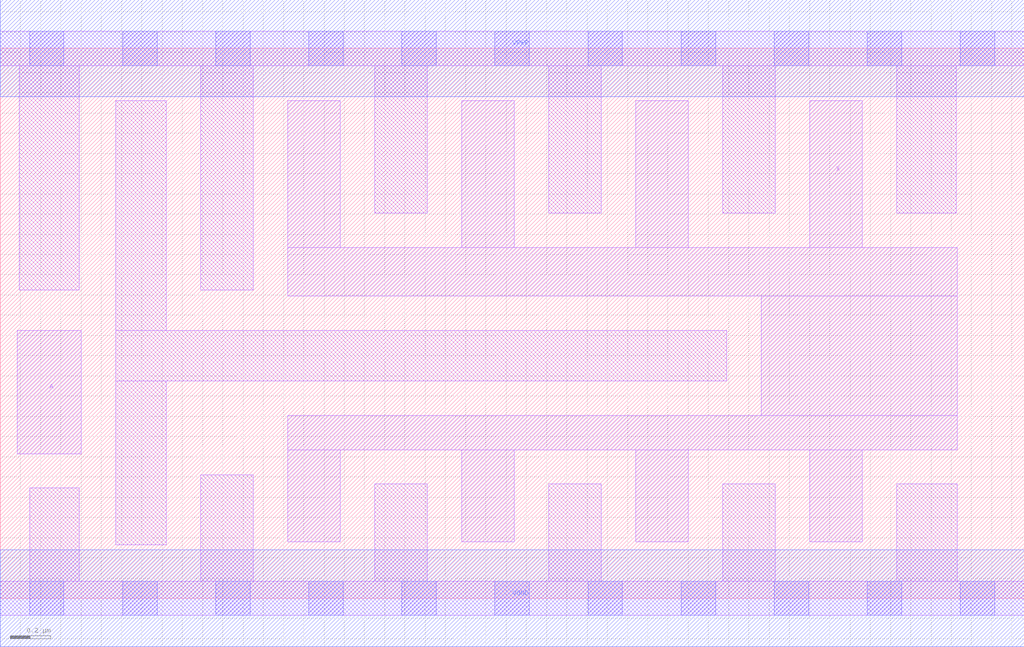
<source format=lef>
# Copyright 2020 The SkyWater PDK Authors
#
# Licensed under the Apache License, Version 2.0 (the "License");
# you may not use this file except in compliance with the License.
# You may obtain a copy of the License at
#
#     https://www.apache.org/licenses/LICENSE-2.0
#
# Unless required by applicable law or agreed to in writing, software
# distributed under the License is distributed on an "AS IS" BASIS,
# WITHOUT WARRANTIES OR CONDITIONS OF ANY KIND, either express or implied.
# See the License for the specific language governing permissions and
# limitations under the License.
#
# SPDX-License-Identifier: Apache-2.0

VERSION 5.7 ;
  NAMESCASESENSITIVE ON ;
  NOWIREEXTENSIONATPIN ON ;
  DIVIDERCHAR "/" ;
  BUSBITCHARS "[]" ;
UNITS
  DATABASE MICRONS 200 ;
END UNITS
MACRO sky130_fd_sc_hd__clkbuf_8
  CLASS CORE ;
  FOREIGN sky130_fd_sc_hd__clkbuf_8 ;
  ORIGIN  0.000000  0.000000 ;
  SIZE  5.060000 BY  2.720000 ;
  SYMMETRY X Y R90 ;
  SITE unithd ;
  PIN A
    ANTENNAGATEAREA  0.426000 ;
    DIRECTION INPUT ;
    USE SIGNAL ;
    PORT
      LAYER li1 ;
        RECT 0.085000 0.715000 0.400000 1.325000 ;
    END
  END A
  PIN X
    ANTENNADIFFAREA  1.590400 ;
    DIRECTION OUTPUT ;
    USE SIGNAL ;
    PORT
      LAYER li1 ;
        RECT 1.420000 0.280000 1.680000 0.735000 ;
        RECT 1.420000 0.735000 4.730000 0.905000 ;
        RECT 1.420000 1.495000 4.730000 1.735000 ;
        RECT 1.420000 1.735000 1.680000 2.460000 ;
        RECT 2.280000 0.280000 2.540000 0.735000 ;
        RECT 2.280000 1.735000 2.540000 2.460000 ;
        RECT 3.140000 0.280000 3.400000 0.735000 ;
        RECT 3.140000 1.735000 3.400000 2.460000 ;
        RECT 3.760000 0.905000 4.730000 1.495000 ;
        RECT 4.000000 0.280000 4.260000 0.735000 ;
        RECT 4.000000 1.735000 4.260000 2.460000 ;
    END
  END X
  PIN VGND
    DIRECTION INOUT ;
    SHAPE ABUTMENT ;
    USE GROUND ;
    PORT
      LAYER met1 ;
        RECT 0.000000 -0.240000 5.060000 0.240000 ;
    END
  END VGND
  PIN VPWR
    DIRECTION INOUT ;
    SHAPE ABUTMENT ;
    USE POWER ;
    PORT
      LAYER met1 ;
        RECT 0.000000 2.480000 5.060000 2.960000 ;
    END
  END VPWR
  OBS
    LAYER li1 ;
      RECT 0.000000 -0.085000 5.060000 0.085000 ;
      RECT 0.000000  2.635000 5.060000 2.805000 ;
      RECT 0.095000  1.525000 0.390000 2.635000 ;
      RECT 0.145000  0.085000 0.390000 0.545000 ;
      RECT 0.570000  0.265000 0.820000 1.075000 ;
      RECT 0.570000  1.075000 3.590000 1.325000 ;
      RECT 0.570000  1.325000 0.820000 2.460000 ;
      RECT 0.990000  0.085000 1.250000 0.610000 ;
      RECT 0.990000  1.525000 1.250000 2.635000 ;
      RECT 1.850000  0.085000 2.110000 0.565000 ;
      RECT 1.850000  1.905000 2.110000 2.635000 ;
      RECT 2.710000  0.085000 2.970000 0.565000 ;
      RECT 2.710000  1.905000 2.970000 2.635000 ;
      RECT 3.570000  0.085000 3.830000 0.565000 ;
      RECT 3.570000  1.905000 3.830000 2.635000 ;
      RECT 4.430000  0.085000 4.730000 0.565000 ;
      RECT 4.430000  1.905000 4.725000 2.635000 ;
    LAYER mcon ;
      RECT 0.145000 -0.085000 0.315000 0.085000 ;
      RECT 0.145000  2.635000 0.315000 2.805000 ;
      RECT 0.605000 -0.085000 0.775000 0.085000 ;
      RECT 0.605000  2.635000 0.775000 2.805000 ;
      RECT 1.065000 -0.085000 1.235000 0.085000 ;
      RECT 1.065000  2.635000 1.235000 2.805000 ;
      RECT 1.525000 -0.085000 1.695000 0.085000 ;
      RECT 1.525000  2.635000 1.695000 2.805000 ;
      RECT 1.985000 -0.085000 2.155000 0.085000 ;
      RECT 1.985000  2.635000 2.155000 2.805000 ;
      RECT 2.445000 -0.085000 2.615000 0.085000 ;
      RECT 2.445000  2.635000 2.615000 2.805000 ;
      RECT 2.905000 -0.085000 3.075000 0.085000 ;
      RECT 2.905000  2.635000 3.075000 2.805000 ;
      RECT 3.365000 -0.085000 3.535000 0.085000 ;
      RECT 3.365000  2.635000 3.535000 2.805000 ;
      RECT 3.825000 -0.085000 3.995000 0.085000 ;
      RECT 3.825000  2.635000 3.995000 2.805000 ;
      RECT 4.285000 -0.085000 4.455000 0.085000 ;
      RECT 4.285000  2.635000 4.455000 2.805000 ;
      RECT 4.745000 -0.085000 4.915000 0.085000 ;
      RECT 4.745000  2.635000 4.915000 2.805000 ;
  END
END sky130_fd_sc_hd__clkbuf_8
END LIBRARY

</source>
